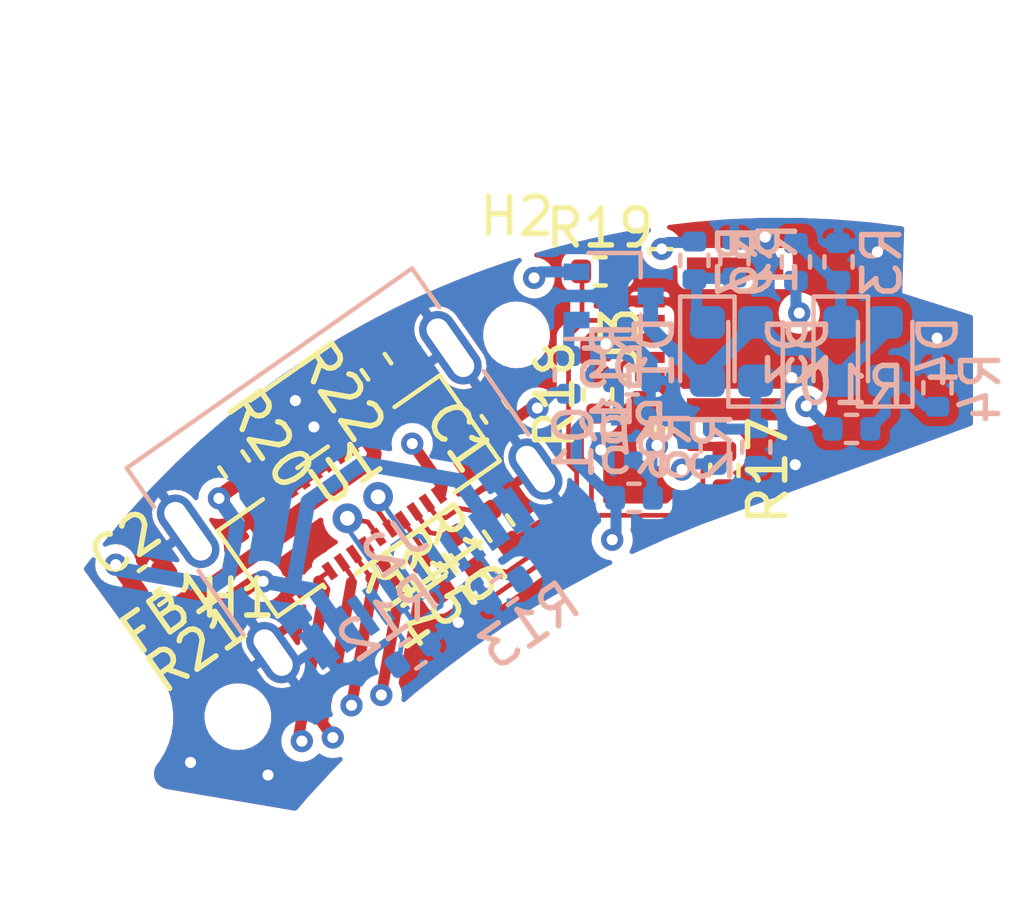
<source format=kicad_pcb>
(kicad_pcb (version 20240108) (generator "pcbnew") (generator_version "8.0")
  (title_block (title "Bose QC 35 USB-C connector board") (rev "Rev 1") (company "github.com/jamesturton/bose-qc35-usb-c") (comment 3 "(C) 2020 James Turton") (comment 4 "License: CC-BY-SA 4.0"))
  (layers (0 "F.Cu" signal) (1 "In1.Cu" signal) (2 "In2.Cu" power) (31 "B.Cu" signal) (34 "B.Paste" user) (35 "F.Paste" user) (36 "B.SilkS" user "B.Silkscreen") (37 "F.SilkS" user "F.Silkscreen") (38 "B.Mask" user) (39 "F.Mask" user) (44 "Edge.Cuts" user))
  (net 0 "")
  (net 1 "Net-(D1-K)")
  (net 2 "Net-(D2-K)")
  (net 3 "Net-(D3-K)")
  (net 4 "Net-(D4-K)")
  (net 5 "Net-(J2-CC1)")
  (net 7 "Net-(J2-CC2)")
  (net 9 "Net-(J3-Pin_1)")
  (net 10 "Net-(J3-Pin_2)")
  (net 11 "Net-(J3-Pin_4)")
  (net 12 "GND")
  (net 13 "VCC")
  (net 14 "/LED_GREEN")
  (net 15 "/LED_RED")
  (net 16 "/LED_WHITE")
  (net 17 "/LED_BLUE")
  (net 18 "/USB_D-")
  (net 19 "/USB_D+")
  (net 20 "Net-(Q1-C)")
  (net 21 "/LED_PWR")
  (net 22 "/LED_PWR_ON")
  (net 23 "/VBUS")
  (net 24 "+5V")
  (net 25 "/BTN_1")
  (net 26 "/BTN_2")
  (net 27 "/BTN_3")
  (net 28 "Net-(U1-EN)")
  (net 29 "Net-(U1-BP)")
  (net 30 "Net-(D5-Pad1)")
  (footprint "library:Molex_SlimStack_502426-2010_2x10_P0.40mm_Vertical" (layer "F.Cu") (at 71.317771 66.354481 -145)
    (property "Reference" "J1" (at 0 -2.65 35) (layer "F.SilkS"))
    (property "Value" "502426-2030")
    (pad "1" smd rect (at 1.8 -1.2125 215) (size 0.22 0.475) (layers "F.Cu" "F.Paste" "F.Mask") (net 14 "/LED_GREEN"))
    (pad "2" smd rect (at 1.8 1.2125 215) (size 0.22 0.475) (layers "F.Cu" "F.Paste" "F.Mask") (net 12 "GND"))
    (pad "3" smd rect (at 1.4 -1.2125 215) (size 0.22 0.475) (layers "F.Cu" "F.Paste" "F.Mask") (net 15 "/LED_RED"))
    (pad "4" smd rect (at 1.4 1.2125 215) (size 0.22 0.475) (layers "F.Cu" "F.Paste" "F.Mask") (net 12 "GND"))
    (pad "5" smd rect (at 1 -1.2125 215) (size 0.22 0.475) (layers "F.Cu" "F.Paste" "F.Mask") (net 16 "/LED_WHITE"))
    (pad "6" smd rect (at 1 1.212499 215) (size 0.22 0.475) (layers "F.Cu" "F.Paste" "F.Mask") (net 12 "GND"))
    (pad "7" smd rect (at 0.6 -1.2125 215) (size 0.22 0.475) (layers "F.Cu" "F.Paste" "F.Mask") (net 17 "/LED_BLUE"))
    (pad "8" smd rect (at 0.6 1.2125 215) (size 0.22 0.475) (layers "F.Cu" "F.Paste" "F.Mask") (net 12 "GND"))
    (pad "9" smd rect (at 0.2 -1.2125 215) (size 0.22 0.475) (layers "F.Cu" "F.Paste" "F.Mask") (net 18 "/USB_D-"))
    (pad "10" smd rect (at 0.2 1.2125 215) (size 0.22 0.475) (layers "F.Cu" "F.Paste" "F.Mask") (net 12 "GND"))
    (pad "11" smd rect (at -0.2 -1.2125 215) (size 0.22 0.475) (layers "F.Cu" "F.Paste" "F.Mask") (net 19 "/USB_D+"))
    (pad "12" smd rect (at -0.2 1.2125 215) (size 0.22 0.475) (layers "F.Cu" "F.Paste" "F.Mask") (net 13 "VCC"))
    (pad "13" smd rect (at -0.6 -1.2125 215) (size 0.22 0.475) (layers "F.Cu" "F.Paste" "F.Mask") (net 25 "/BTN_1"))
    (pad "14" smd rect (at -0.6 1.2125 215) (size 0.22 0.475) (layers "F.Cu" "F.Paste" "F.Mask") (net 13 "VCC"))
    (pad "15" smd rect (at -1 -1.212499 215) (size 0.22 0.475) (layers "F.Cu" "F.Paste" "F.Mask") (net 26 "/BTN_2"))
    (pad "16" smd rect (at -1 1.2125 215) (size 0.22 0.475) (layers "F.Cu" "F.Paste" "F.Mask") (net 13 "VCC"))
    (pad "17" smd rect (at -1.4 -1.2125 215) (size 0.22 0.475) (layers "F.Cu" "F.Paste" "F.Mask") (net 27 "/BTN_3"))
    (pad "18" smd rect (at -1.4 1.2125 215) (size 0.22 0.475) (layers "F.Cu" "F.Paste" "F.Mask") (net 13 "VCC"))
    (pad "19" smd rect (at -1.8 -1.2125 215) (size 0.22 0.475) (layers "F.Cu" "F.Paste" "F.Mask") (net 22 "/LED_PWR_ON"))
    (pad "20" smd rect (at -1.8 1.2125 215) (size 0.22 0.475) (layers "F.Cu" "F.Paste" "F.Mask") (net 13 "VCC"))
    (pad "A" smd rect (at 2.75 -1.085 215) (size 0.32 0.65) (layers "F.Cu" "F.Paste" "F.Mask") (net 12 "GND"))
    (pad "A" smd rect (at 2.75 1.085 215) (size 0.32 0.65) (layers "F.Cu" "F.Paste" "F.Mask") (net 12 "GND"))
    (pad "B" smd rect (at -2.75 -1.085 215) (size 0.32 0.65) (layers "F.Cu" "F.Paste" "F.Mask") (net 13 "VCC"))
    (pad "B" smd rect (at -2.75 1.085 215) (size 0.32 0.65) (layers "F.Cu" "F.Paste" "F.Mask") (net 13 "VCC"))
  )
  (footprint "library:TE_0-1734839-5_1x05-1MP_P0.5mm_Horizontal" (layer "F.Cu") (at 81.477772 62.114481 90)
    (property "Reference" "J3" (at 0 -3.1 90) (layer "F.SilkS"))
    (property "Value" "51281-0598")
    (pad "1" smd rect (at -1 -2.3 90) (size 0.3 0.8) (layers "F.Cu" "F.Paste" "F.Mask") (net 9 "Net-(J3-Pin_1)"))
    (pad "2" smd rect (at -0.5 -2.3 90) (size 0.3 0.8) (layers "F.Cu" "F.Paste" "F.Mask") (net 10 "Net-(J3-Pin_2)"))
    (pad "3" smd rect (at 0 -2.3 90) (size 0.3 0.8) (layers "F.Cu" "F.Paste" "F.Mask") (net 12 "GND"))
    (pad "4" smd rect (at 0.5 -2.3 90) (size 0.3 0.8) (layers "F.Cu" "F.Paste" "F.Mask") (net 11 "Net-(J3-Pin_4)"))
    (pad "5" smd rect (at 1 -2.3 90) (size 0.3 0.8) (layers "F.Cu" "F.Paste" "F.Mask") (net 12 "GND"))
    (pad "MP" smd rect (at -1.9 0 90) (size 0.6 2.6) (layers "F.Cu" "F.Paste" "F.Mask"))
    (pad "MP" smd rect (at 1.9 0 90) (size 0.6 2.6) (layers "F.Cu" "F.Paste" "F.Mask"))
  )
  (footprint "Capacitor_SMD:C_0402_1005Metric" (layer "F.Cu") (at 74.99209 64.07883 125)
    (property "Reference" "C1" (at 0 -1.17 125) (layer "F.SilkS"))
    (property "Value" "4u7")
    (pad "1" smd roundrect (at -0.48 0 125) (size 0.56 0.62) (layers "F.Cu" "F.Paste" "F.Mask") (net 13 "VCC"))
    (pad "2" smd roundrect (at 0.48 0 125) (size 0.56 0.62) (layers "F.Cu" "F.Paste" "F.Mask") (net 12 "GND"))
  )
  (footprint "Fuse:Fuse_0402_1005Metric" (layer "F.Cu") (at 66.890284 70.430887 35)
    (property "Reference" "FB1" (at 0 -1.17 35) (layer "F.SilkS"))
    (property "Value" "330R @ 100MHz")
    (pad "1" smd roundrect (at -0.485 0 35) (size 0.59 0.64) (layers "F.Cu" "F.Paste" "F.Mask") (net 24 "+5V"))
    (pad "2" smd roundrect (at 0.485 0 35) (size 0.59 0.64) (layers "F.Cu" "F.Paste" "F.Mask") (net 23 "/VBUS"))
  )
  (footprint "Resistor_SMD:R_0402_1005Metric" (layer "F.Cu") (at 73.28777 68.514483 125)
    (property "Reference" "R14" (at 0 -1.17 125) (layer "F.SilkS"))
    (property "Value" "1k")
    (pad "1" smd roundrect (at -0.51 0 125) (size 0.54 0.64) (layers "F.Cu" "F.Paste" "F.Mask") (net 9 "Net-(J3-Pin_1)"))
    (pad "2" smd roundrect (at 0.51 0 125) (size 0.54 0.64) (layers "F.Cu" "F.Paste" "F.Mask") (net 25 "/BTN_1"))
  )
  (footprint "Resistor_SMD:R_0402_1005Metric" (layer "F.Cu") (at 74.207772 67.864485 125)
    (property "Reference" "R15" (at 0 -1.17 125) (layer "F.SilkS"))
    (property "Value" "1k")
    (pad "1" smd roundrect (at -0.51 0 125) (size 0.54 0.64) (layers "F.Cu" "F.Paste" "F.Mask") (net 10 "Net-(J3-Pin_2)"))
    (pad "2" smd roundrect (at 0.51 0 125) (size 0.54 0.64) (layers "F.Cu" "F.Paste" "F.Mask") (net 26 "/BTN_2"))
  )
  (footprint "Resistor_SMD:R_0402_1005Metric" (layer "F.Cu") (at 75.097771 67.224486 125)
    (property "Reference" "R16" (at 0 -1.17 125) (layer "F.SilkS"))
    (property "Value" "1k")
    (pad "1" smd roundrect (at -0.51 0 125) (size 0.54 0.64) (layers "F.Cu" "F.Paste" "F.Mask") (net 11 "Net-(J3-Pin_4)"))
    (pad "2" smd roundrect (at 0.51 0 125) (size 0.54 0.64) (layers "F.Cu" "F.Paste" "F.Mask") (net 27 "/BTN_3"))
  )
  (footprint "Resistor_SMD:R_0402_1005Metric" (layer "F.Cu") (at 81.187773 65.664485 -90)
    (property "Reference" "R17" (at 0 -1.17 90) (layer "F.SilkS"))
    (property "Value" "CG0402MLC-05LG")
    (pad "1" smd roundrect (at -0.51 0 270) (size 0.54 0.64) (layers "F.Cu" "F.Paste" "F.Mask") (net 9 "Net-(J3-Pin_1)"))
    (pad "2" smd roundrect (at 0.51 0 270) (size 0.54 0.64) (layers "F.Cu" "F.Paste" "F.Mask") (net 12 "GND"))
  )
  (footprint "Resistor_SMD:R_0402_1005Metric" (layer "F.Cu") (at 77.78 63.62 90)
    (property "Reference" "R18" (at 0 -1.17 90) (layer "F.SilkS"))
    (property "Value" "CG0402MLC-05LG")
    (pad "1" smd roundrect (at -0.51 0 90) (size 0.54 0.64) (layers "F.Cu" "F.Paste" "F.Mask") (net 10 "Net-(J3-Pin_2)"))
    (pad "2" smd roundrect (at 0.51 0 90) (size 0.54 0.64) (layers "F.Cu" "F.Paste" "F.Mask") (net 12 "GND"))
  )
  (footprint "library:MountingHole_1.6mm" (layer "F.Cu") (at 75.577773 62.004487)
    (property "Reference" "H2" (at 0 -3.2 0) (layer "F.SilkS"))
    (property "Value" "MountingHole")
    (pad "" np_thru_hole circle (at 0 0) (size 1.6 1.6) (drill 1.6) (layers "F&B.Cu" "*.Mask") (clearance 0.1))
  )
  (footprint "Capacitor_SMD:C_0402_1005Metric" (layer "F.Cu") (at 65.677773 68.614485 35)
    (property "Reference" "C2" (at 0 -1.17 35) (layer "F.SilkS"))
    (property "Value" "1u")
    (pad "1" smd roundrect (at -0.48 0 35) (size 0.56 0.62) (layers "F.Cu" "F.Paste" "F.Mask") (net 24 "+5V"))
    (pad "2" smd roundrect (at 0.48 0 35) (size 0.56 0.62) (layers "F.Cu" "F.Paste" "F.Mask") (net 12 "GND"))
  )
  (footprint "Resistor_SMD:R_0402_1005Metric" (layer "F.Cu") (at 77.83 60.29)
    (property "Reference" "R19" (at 0 -1.17 0) (layer "F.SilkS"))
    (property "Value" "CG0402MLC-05LG")
    (pad "1" smd roundrect (at -0.51 0) (size 0.54 0.64) (layers "F.Cu" "F.Paste" "F.Mask") (net 11 "Net-(J3-Pin_4)"))
    (pad "2" smd roundrect (at 0.51 0) (size 0.54 0.64) (layers "F.Cu" "F.Paste" "F.Mask") (net 12 "GND"))
  )
  (footprint "library:WSON-6-1EP_2x2mm_P0.65mm_EP1x1.6mm" (layer "F.Cu") (at 69.847773 64.114486 -145)
    (property "Reference" "U1" (at 0 -1.95 35) (layer "F.SilkS"))
    (property "Value" "TPS25200")
    (pad "1" smd roundrect (at -0.975 -0.65 215) (size 0.45 0.3) (layers "F.Cu" "F.Paste" "F.Mask") (net 13 "VCC"))
    (pad "2" smd roundrect (at -0.975 0 215) (size 0.45 0.3) (layers "F.Cu" "F.Paste" "F.Mask") (net 29 "Net-(U1-BP)"))
    (pad "3" smd roundrect (at -0.975 0.65 215) (size 0.45 0.3) (layers "F.Cu" "F.Paste" "F.Mask"))
    (pad "4" smd roundrect (at 0.975 0.65 215) (size 0.45 0.3) (layers "F.Cu" "F.Paste" "F.Mask") (net 28 "Net-(U1-EN)"))
    (pad "5" smd roundrect (at 0.975 0 215) (size 0.45 0.3) (layers "F.Cu" "F.Paste" "F.Mask") (net 12 "GND"))
    (pad "6" smd roundrect (at 0.975 -0.65 215) (size 0.45 0.3) (layers "F.Cu" "F.Paste" "F.Mask") (net 24 "+5V"))
    (pad "7" smd rect (at 0 0 215) (size 1 1.6) (layers "F.Cu" "F.Mask") (net 12 "GND"))
  )
  (footprint "Resistor_SMD:R_0402_1005Metric" (layer "F.Cu") (at 67.957773 65.494484 -55)
    (property "Reference" "R20" (at 0 -1.17 125) (layer "F.SilkS"))
    (property "Value" "10k")
    (pad "1" smd roundrect (at -0.51 0 305) (size 0.54 0.64) (layers "F.Cu" "F.Paste" "F.Mask") (net 28 "Net-(U1-EN)"))
    (pad "2" smd roundrect (at 0.51 0 305) (size 0.54 0.64) (layers "F.Cu" "F.Paste" "F.Mask") (net 24 "+5V"))
  )
  (footprint "Resistor_SMD:R_0402_1005Metric" (layer "F.Cu") (at 71.797771 62.864485 125)
    (property "Reference" "R22" (at 0 -1.17 125) (layer "F.SilkS"))
    (property "Value" "220k")
    (pad "1" smd roundrect (at -0.51 0 125) (size 0.54 0.64) (layers "F.Cu" "F.Paste" "F.Mask") (net 29 "Net-(U1-BP)"))
    (pad "2" smd roundrect (at 0.51 0 125) (size 0.54 0.64) (layers "F.Cu" "F.Paste" "F.Mask") (net 12 "GND"))
  )
  (footprint "Resistor_SMD:R_0402_1005Metric" (layer "F.Cu") (at 66.277926 69.521481 -145)
    (property "Reference" "R21" (at 0 -1.17 35) (layer "F.SilkS"))
    (property "Value" "0R")
    (pad "1" smd roundrect (at -0.51 0 215) (size 0.54 0.64) (layers "F.Cu" "F.Paste" "F.Mask") (net 13 "VCC"))
    (pad "2" smd roundrect (at 0.51 0 215) (size 0.54 0.64) (layers "F.Cu" "F.Paste" "F.Mask") (net 24 "+5V"))
  )
  (footprint "library:MountingHole_1.6mm" (layer "F.Cu") (at 68.057773 72.314486)
    (property "Reference" "H1" (at 0 -3.2 0) (layer "F.SilkS"))
    (property "Value" "MountingHole")
    (pad "" np_thru_hole circle (at 0 0) (size 1.6 1.6) (drill 1.6) (layers "F&B.Cu" "*.Mask") (clearance 0.1))
  )
  (footprint "library:USB_C_Receptacle_Molex_2171790001" (layer "B.Cu") (at 69.049265 63.110113 35)
    (property "Reference" "J2" (at 0 5.645 35) (layer "B.SilkS") (effects (justify mirror)))
    (property "Value" "2171790001")
    (pad "A1" smd rect (at -3.2 6.674999 215) (size 0.6 1.15) (layers "B.Cu" "B.Paste" "B.Mask") (net 12 "GND"))
    (pad "A4" smd rect (at -2.4 6.675 215) (size 0.6 1.15) (layers "B.Cu" "B.Paste" "B.Mask") (net 23 "/VBUS"))
    (pad "A5" smd rect (at -1.249999 6.675 215) (size 0.3 1.15) (layers "B.Cu" "B.Paste" "B.Mask") (net 5 "Net-(J2-CC1)"))
    (pad "A6" smd rect (at -0.25 6.675 215) (size 0.3 1.15) (layers "B.Cu" "B.Paste" "B.Mask") (net 19 "/USB_D+"))
    (pad "A7" smd rect (at 0.25 6.675 215) (size 0.3 1.15) (layers "B.Cu" "B.Paste" "B.Mask") (net 18 "/USB_D-"))
    (pad "A8" smd rect (at 1.25 6.675 215) (size 0.3 1.15) (layers "B.Cu" "B.Paste" "B.Mask"))
    (pad "A9" smd rect (at 2.400001 6.675 215) (size 0.6 1.15) (layers "B.Cu" "B.Paste" "B.Mask") (net 23 "/VBUS"))
    (pad "A12" smd rect (at 3.2 6.675 215) (size 0.6 1.15) (layers "B.Cu" "B.Paste" "B.Mask") (net 12 "GND"))
    (pad "B1" smd rect (at 3.2 6.675 215) (size 0.6 1.15) (layers "B.Cu" "B.Paste" "B.Mask") (net 12 "GND"))
    (pad "B4" smd rect (at 2.400001 6.675 215) (size 0.6 1.15) (layers "B.Cu" "B.Paste" "B.Mask") (net 23 "/VBUS"))
    (pad "B5" smd rect (at 1.75 6.675 215) (size 0.3 1.15) (layers "B.Cu" "B.Paste" "B.Mask") (net 7 "Net-(J2-CC2)"))
    (pad "B6" smd rect (at 0.75 6.675 215) (size 0.3 1.15) (layers "B.Cu" "B.Paste" "B.Mask") (net 19 "/USB_D+"))
    (pad "B7" smd rect (at -0.75 6.675 215) (size 0.3 1.15) (layers "B.Cu" "B.Paste" "B.Mask") (net 18 "/USB_D-"))
    (pad "B8" smd rect (at -1.75 6.675 215) (size 0.3 1.15) (layers "B.Cu" "B.Paste" "B.Mask"))
    (pad "B9" smd rect (at -2.4 6.675 215) (size 0.6 1.15) (layers "B.Cu" "B.Paste" "B.Mask") (net 23 "/VBUS"))
    (pad "B12" smd rect (at -3.2 6.674999 215) (size 0.6 1.15) (layers "B.Cu" "B.Paste" "B.Mask") (net 12 "GND"))
    (pad "S1" thru_hole oval (at -4.320001 6.1 215) (size 1 1.8) (drill oval 0.6 1.4) (layers "*.Cu" "*.Mask") (net 12 "GND"))
    (pad "S1" thru_hole oval (at -4.319999 2.1 215) (size 1 2.2) (drill oval 0.6 1.8) (layers "*.Cu" "*.Mask") (net 12 "GND"))
    (pad "S1" thru_hole oval (at 4.32 2.1 215) (size 1 2.2) (drill oval 0.6 1.8) (layers "*.Cu" "*.Mask") (net 12 "GND"))
    (pad "S1" thru_hole oval (at 4.32 6.1 215) (size 1 1.8) (drill oval 0.6 1.4) (layers "*.Cu" "*.Mask") (net 12 "GND"))
  )
  (footprint "LED_SMD:LED_0603_1608Metric" (layer "B.Cu") (at 82.027773 62.454485 90)
    (property "Reference" "D2" (at 0 1.43 90) (layer "B.SilkS") (effects (justify mirror)))
    (property "Value" "ORH-R36G")
    (pad "1" smd roundrect (at -0.7875 0 90) (size 0.875 0.95) (layers "B.Cu" "B.Paste" "B.Mask") (net 2 "Net-(D2-K)"))
    (pad "2" smd roundrect (at 0.7875 0 90) (size 0.875 0.95) (layers "B.Cu" "B.Paste" "B.Mask") (net 21 "/LED_PWR"))
  )
  (footprint "LED_SMD:LED_0603_1608Metric" (layer "B.Cu") (at 84.327773 62.454484 -90)
    (property "Reference" "D3" (at 0 1.43 90) (layer "B.SilkS") (effects (justify mirror)))
    (property "Value" "ORH-W46G")
    (pad "1" smd roundrect (at -0.7875 0 270) (size 0.875 0.95) (layers "B.Cu" "B.Paste" "B.Mask") (net 3 "Net-(D3-K)"))
    (pad "2" smd roundrect (at 0.7875 0 270) (size 0.875 0.95) (layers "B.Cu" "B.Paste" "B.Mask") (net 21 "/LED_PWR"))
  )
  (footprint "LED_SMD:LED_0603_1608Metric" (layer "B.Cu") (at 85.527774 62.454484 90)
    (property "Reference" "D4" (at 0 1.43 90) (layer "B.SilkS") (effects (justify mirror)))
    (property "Value" "ORH-B36G")
    (pad "1" smd roundrect (at -0.7875 0 90) (size 0.875 0.95) (layers "B.Cu" "B.Paste" "B.Mask") (net 4 "Net-(D4-K)"))
    (pad "2" smd roundrect (at 0.7875 0 90) (size 0.875 0.95) (layers "B.Cu" "B.Paste" "B.Mask") (net 21 "/LED_PWR"))
  )
  (footprint "Resistor_SMD:R_0402_1005Metric" (layer "B.Cu") (at 81.457772 59.944482 90)
    (property "Reference" "R1" (at 0 1.17 90) (layer "B.SilkS") (effects (justify mirror)))
    (property "Value" "CG0402MLC-05LG")
    (pad "1" smd roundrect (at -0.51 0 90) (size 0.54 0.64) (layers "B.Cu" "B.Paste" "B.Mask") (net 1 "Net-(D1-K)"))
    (pad "2" smd roundrect (at 0.51 0 90) (size 0.54 0.64) (layers "B.Cu" "B.Paste" "B.Mask") (net 12 "GND"))
  )
  (footprint "Resistor_SMD:R_0402_1005Metric" (layer "B.Cu") (at 82.047772 65.034486 -90)
    (property "Reference" "R2" (at 0 1.17 90) (layer "B.SilkS") (effects (justify mirror)))
    (property "Value" "CG0402MLC-05LG")
    (pad "1" smd roundrect (at -0.51 0 270) (size 0.54 0.64) (layers "B.Cu" "B.Paste" "B.Mask") (net 2 "Net-(D2-K)"))
    (pad "2" smd roundrect (at 0.51 0 270) (size 0.54 0.64) (layers "B.Cu" "B.Paste" "B.Mask") (net 12 "GND"))
  )
  (footprint "Resistor_SMD:R_0402_1005Metric" (layer "B.Cu") (at 84.267773 60.034485 90)
    (property "Reference" "R3" (at 0 1.17 90) (layer "B.SilkS") (effects (justify mirror)))
    (property "Value" "CG0402MLC-05LG")
    (pad "1" smd roundrect (at -0.51 0 90) (size 0.54 0.64) (layers "B.Cu" "B.Paste" "B.Mask") (net 3 "Net-(D3-K)"))
    (pad "2" smd roundrect (at 0.51 0 90) (size 0.54 0.64) (layers "B.Cu" "B.Paste" "B.Mask") (net 12 "GND"))
  )
  (footprint "Resistor_SMD:R_0402_1005Metric" (layer "B.Cu") (at 86.937771 63.434481 90)
    (property "Reference" "R4" (at 0 1.17 90) (layer "B.SilkS") (effects (justify mirror)))
    (property "Value" "CG0402MLC-05LG")
    (pad "1" smd roundrect (at -0.51 0 90) (size 0.54 0.64) (layers "B.Cu" "B.Paste" "B.Mask") (net 4 "Net-(D4-K)"))
    (pad "2" smd roundrect (at 0.51 0 90) (size 0.54 0.64) (layers "B.Cu" "B.Paste" "B.Mask") (net 12 "GND"))
  )
  (footprint "LED_SMD:LED_0603_1608Metric" (layer "B.Cu") (at 80.727773 62.454484 -90)
    (property "Reference" "D1" (at 0 1.43 90) (layer "B.SilkS") (effects (justify mirror)))
    (property "Value" "ORH-G36G")
    (pad "1" smd roundrect (at -0.7875 0 270) (size 0.875 0.95) (layers "B.Cu" "B.Paste" "B.Mask") (net 1 "Net-(D1-K)"))
    (pad "2" smd roundrect (at 0.7875 0 270) (size 0.875 0.95) (layers "B.Cu" "B.Paste" "B.Mask") (net 21 "/LED_PWR"))
  )
  (footprint "Package_TO_SOT_SMD:SOT-723" (layer "B.Cu") (at 78.727772 64.804482 -90)
    (property "Reference" "Q1" (at 0.1 1.6 90) (layer "B.SilkS") (effects (justify mirror)))
    (property "Value" "BC846BM3T5G")
    (pad "1" smd rect (at -0.575 0.4 270) (size 0.45 0.4) (layers "B.Cu" "B.Paste" "B.Mask") (net 17 "/LED_BLUE"))
    (pad "2" smd rect (at -0.575 -0.4 270) (size 0.45 0.4) (layers "B.Cu" "B.Paste" "B.Mask") (net 12 "GND"))
    (pad "3" smd rect (at 0.575 0 270) (size 0.45 0.5) (layers "B.Cu" "B.Paste" "B.Mask") (net 20 "Net-(Q1-C)"))
  )
  (footprint "Resistor_SMD:R_0402_1005Metric" (layer "B.Cu") (at 78.747771 66.404483 180)
    (property "Reference" "R5" (at 0 1.17 0) (layer "B.SilkS") (effects (justify mirror)))
    (property "Value" "0R")
    (pad "1" smd roundrect (at -0.51 0 180) (size 0.54 0.64) (layers "B.Cu" "B.Paste" "B.Mask") (net 20 "Net-(Q1-C)"))
    (pad "2" smd roundrect (at 0.51 0 180) (size 0.54 0.64) (layers "B.Cu" "B.Paste" "B.Mask") (net 17 "/LED_BLUE"))
  )
  (footprint "Resistor_SMD:R_0402_1005Metric" (layer "B.Cu") (at 78.697773 63.234485)
    (property "Reference" "R6" (at 0 1.17 0) (layer "B.SilkS") (effects (justify mirror)))
    (property "Value" "10k")
    (pad "1" smd roundrect (at -0.51 0) (size 0.54 0.64) (layers "B.Cu" "B.Paste" "B.Mask") (net 17 "/LED_BLUE"))
    (pad "2" smd roundrect (at 0.51 0) (size 0.54 0.64) (layers "B.Cu" "B.Paste" "B.Mask") (net 12 "GND"))
  )
  (footprint "Resistor_SMD:R_0402_1005Metric" (layer "B.Cu") (at 80.377773 59.994483 90)
    (property "Reference" "R7" (at 0 1.17 90) (layer "B.SilkS") (effects (justify mirror)))
    (property "Value" "7k5")
    (pad "1" smd roundrect (at -0.51 0 90) (size 0.54 0.64) (layers "B.Cu" "B.Paste" "B.Mask") (net 1 "Net-(D1-K)"))
    (pad "2" smd roundrect (at 0.51 0 90) (size 0.54 0.64) (layers "B.Cu" "B.Paste" "B.Mask") (net 14 "/LED_GREEN"))
  )
  (footprint "Resistor_SMD:R_0402_1005Metric" (layer "B.Cu") (at 80.927772 65.004485 -90)
    (property "Reference" "R8" (at 0 1.17 90) (layer "B.SilkS") (effects (justify mirror)))
    (property "Value" "3k9")
    (pad "1" smd roundrect (at -0.51 0 270) (size 0.54 0.64) (layers "B.Cu" "B.Paste" "B.Mask") (net 2 "Net-(D2-K)"))
    (pad "2" smd roundrect (at 0.51 0 270) (size 0.54 0.64) (layers "B.Cu" "B.Paste" "B.Mask") (net 15 "/LED_RED"))
  )
  (footprint "Resistor_SMD:R_0402_1005Metric" (layer "B.Cu") (at 83.117772 60.034485 -90)
    (property "Reference" "R9" (at 0 1.17 90) (layer "B.SilkS") (effects (justify mirror)))
    (property "Value" "1k2")
    (pad "1" smd roundrect (at -0.51 0 270) (size 0.54 0.64) (layers "B.Cu" "B.Paste" "B.Mask") (net 3 "Net-(D3-K)"))
    (pad "2" smd roundrect (at 0.51 0 270) (size 0.54 0.64) (layers "B.Cu" "B.Paste" "B.Mask") (net 16 "/LED_WHITE"))
  )
  (footprint "Resistor_SMD:R_0402_1005Metric" (layer "B.Cu") (at 84.61777 64.544485 180)
    (property "Reference" "R10" (at 0 1.17 0) (layer "B.SilkS") (effects (justify mirror)))
    (property "Value" "510R")
    (pad "1" smd roundrect (at -0.51 0 180) (size 0.54 0.64) (layers "B.Cu" "B.Paste" "B.Mask") (net 4 "Net-(D4-K)"))
    (pad "2" smd roundrect (at 0.51 0 180) (size 0.54 0.64) (layers "B.Cu" "B.Paste" "B.Mask") (net 20 "Net-(Q1-C)"))
  )
  (footprint "Resistor_SMD:R_0402_1005Metric" (layer "B.Cu") (at 76.987774 63.084483 90)
    (property "Reference" "R11" (at 0 1.17 90) (layer "B.SilkS") (effects (justify mirror)))
    (property "Value" "1k")
    (pad "1" smd roundrect (at -0.51 0 90) (size 0.54 0.64) (layers "B.Cu" "B.Paste" "B.Mask") (net 13 "VCC"))
    (pad "2" smd roundrect (at 0.51 0 90) (size 0.54 0.64) (layers "B.Cu" "B.Paste" "B.Mask") (net 30 "Net-(D5-Pad1)"))
  )
  (footprint "Resistor_SMD:R_0402_1005Metric" (layer "B.Cu") (at 72.781405 70.615214 -145)
    (property "Reference" "R12" (at 0 1.17 35) (layer "B.SilkS") (effects (justify mirror)))
    (property "Value" "5k1")
    (pad "1" smd roundrect (at -0.51 0 215) (size 0.54 0.64) (layers "B.Cu" "B.Paste" "B.Mask") (net 12 "GND"))
    (pad "2" smd roundrect (at 0.51 0 215) (size 0.54 0.64) (layers "B.Cu" "B.Paste" "B.Mask") (net 5 "Net-(J2-CC1)"))
  )
  (footprint "Resistor_SMD:R_0402_1005Metric" (layer "B.Cu") (at 75.252787 68.896939 35)
    (property "Reference" "R13" (at 0 1.17 35) (layer "B.SilkS") (effects (justify mirror)))
    (property "Value" "5k1")
    (pad "1" smd roundrect (at -0.51 0 35) (size 0.54 0.64) (layers "B.Cu" "B.Paste" "B.Mask") (net 12 "GND"))
    (pad "2" smd roundrect (at 0.51 0 35) (size 0.54 0.64) (layers "B.Cu" "B.Paste" "B.Mask") (net 7 "Net-(J2-CC2)"))
  )
  (footprint "Package_TO_SOT_SMD:SOT-323_SC-70" (layer "B.Cu") (at 78.197774 60.954483)
    (property "Reference" "D5" (at -0.05 1.95 0) (layer "B.SilkS") (effects (justify mirror)))
    (property "Value" "BAT54CW")
    (pad "1" smd rect (at -1 0.65 90) (size 0.45 0.7) (layers "B.Cu" "B.Paste" "B.Mask") (net 30 "Net-(D5-Pad1)"))
    (pad "2" smd rect (at -1 -0.65 90) (size 0.45 0.7) (layers "B.Cu" "B.Paste" "B.Mask") (net 22 "/LED_PWR_ON"))
    (pad "3" smd rect (at 1 0 90) (size 0.45 0.7) (layers "B.Cu" "B.Paste" "B.Mask") (net 21 "/LED_PWR"))
  )
  (gr_arc (start 63.883083 68.324261) (mid 73.6848 60.641388) (end 86.040701 59.081934) (stroke (width 0.000159)) (layer "Edge.Cuts"))
  (gr_arc (start 66.138205 74.268109) (mid 65.818855 74.007871) (end 65.878193 73.60021) (stroke (width 0.000159)) (layer "Edge.Cuts"))
  (gr_arc (start 69.628031 74.859904) (mid 74.806377 70.181703) (end 81.000088 66.966304) (stroke (width 0.000159)) (layer "Edge.Cuts"))
  (gr_line (start 69.628033 74.859908) (end 66.138201 74.268109) (stroke (width 0.000159)) (layer "Edge.Cuts"))
  (gr_line (start 86.040701 59.081934) (end 85.983941 60.877098) (stroke (width 0.000159)) (layer "Edge.Cuts"))
  (gr_arc (start 65.91777 71.124486) (mid 66.311187 72.368954) (end 65.878193 73.60021) (stroke (width 0.000159)) (layer "Edge.Cuts"))
  (gr_line (start 87.895775 64.442049) (end 81.000088 66.966304) (stroke (width 0.000159)) (layer "Edge.Cuts"))
  (gr_line (start 65.917772 71.124486) (end 63.883084 68.324265) (stroke (width 0.000159)) (layer "Edge.Cuts"))
  (gr_line (start 85.983941 60.877098) (end 87.895535 61.482758) (stroke (width 0.000159)) (layer "Edge.Cuts"))
  (gr_line (start 87.895535 61.482758) (end 87.895775 64.442049) (stroke (width 0.000159)) (layer "Edge.Cuts"))
  (segment (start 80.437772 61.414485) (end 80.437771 60.539485) (width 0.3) (layer "B.Cu") (net 1))
  (segment (start 80.437771 60.539485) (end 80.377773 60.479482) (width 0.3) (layer "B.Cu") (net 1))
  (segment (start 80.377773 60.479482) (end 81.407771 60.479485) (width 0.3) (layer "B.Cu") (net 1))
  (segment (start 80.690273 61.666986) (end 80.437772 61.414485) (width 0.3) (layer "B.Cu") (net 1))
  (segment (start 80.727774 61.666985) (end 80.690273 61.666986) (width 0.3) (layer "B.Cu") (net 1))
  (segment (start 81.407771 60.479485) (end 81.457774 60.429486) (width 0.3) (layer "B.Cu") (net 1))
  (segment (start 82.027773 63.241985) (end 82.027774 64.529485) (width 0.3) (layer "B.Cu") (net 2))
  (segment (start 82.027774 64.529485) (end 82.04777 64.549483) (width 0.3) (layer "B.Cu") (net 2))
  (segment (start 80.957774 64.549485) (end 80.927774 64.519487) (width 0.3) (layer "B.Cu") (net 2))
  (segment (start 82.04777 64.549483) (end 80.957774 64.549485) (width 0.3) (layer "B.Cu") (net 2))
  (segment (start 83.171359 59.549484) (end 83.117775 59.549486) (width 0.3) (layer "B.Cu") (net 3))
  (segment (start 84.327774 60.579487) (end 84.267774 60.519483) (width 0.3) (layer "B.Cu") (net 3))
  (segment (start 84.327773 61.666986) (end 84.327774 60.579487) (width 0.3) (layer "B.Cu") (net 3))
  (segment (start 84.267774 60.519483) (end 84.141359 60.519484) (width 0.3) (layer "B.Cu") (net 3))
  (segment (start 84.141359 60.519484) (end 83.171359 59.549484) (width 0.3) (layer "B.Cu") (net 3))
  (segment (start 86.937774 63.919485) (end 86.612773 63.919482) (width 0.3) (layer "B.Cu") (net 4))
  (segment (start 86.10777 63.414485) (end 85.700271 63.414483) (width 0.3) (layer "B.Cu") (net 4))
  (segment (start 86.612773 63.919482) (end 86.10777 63.414485) (width 0.3) (layer "B.Cu") (net 4))
  (segment (start 85.52777 64.119484) (end 85.527773 63.241983) (width 0.3) (layer "B.Cu") (net 4))
  (segment (start 85.10277 64.544484) (end 85.52777 64.119484) (width 0.3) (layer "B.Cu") (net 4))
  (segment (start 85.700271 63.414483) (end 85.527773 63.241983) (width 0.3) (layer "B.Cu") (net 4))
  (segment (start 71.853946 69.294926) (end 72.502623 70.221326) (width 0.127) (layer "B.Cu") (net 5))
  (segment (start 72.502623 70.221326) (end 72.384117 70.893397) (width 0.127) (layer "B.Cu") (net 5))
  (segment (start 74.957273 68.496594) (end 75.650077 68.618756) (width 0.127) (layer "B.Cu") (net 7))
  (segment (start 74.311404 67.574196) (end 74.957273 68.496594) (width 0.127) (layer "B.Cu") (net 7))
  (segment (start 74.850589 69.138289) (end 75.39839 68.754716) (width 0.127) (layer "F.Cu") (net 9))
  (segment (start 77.840094 66.877283) (end 79.776333 66.877283) (width 0.127) (layer "F.Cu") (net 9))
  (segment (start 79.177773 63.114486) (end 79.727772 63.664487) (width 0.25) (layer "F.Cu") (net 9))
  (segment (start 79.727773 64.465844) (end 80.279212 65.017283) (width 0.25) (layer "F.Cu") (net 9))
  (segment (start 81.114131 65.179484) (end 81.187773 65.179484) (width 0.127) (layer "F.Cu") (net 9))
  (segment (start 79.727772 63.664487) (end 79.727773 64.465844) (width 0.25) (layer "F.Cu") (net 9))
  (segment (start 80.604263 65.689352) (end 81.114131 65.179484) (width 0.127) (layer "F.Cu") (net 9))
  (segment (start 81.025574 65.017284) (end 81.187774 65.179484) (width 0.25) (layer "F.Cu") (net 9))
  (segment (start 75.39839 68.754716) (end 77.232599 67.470389) (width 0.127) (layer "F.Cu") (net 9))
  (segment (start 77.239793 67.477583) (end 77.840094 66.877283) (width 0.127) (layer "F.Cu") (net 9))
  (segment (start 80.279212 65.017283) (end 81.025574 65.017284) (width 0.25) (layer "F.Cu") (net 9))
  (segment (start 79.776333 66.877283) (end 80.604262 66.049353) (width 0.127) (layer "F.Cu") (net 9))
  (segment (start 73.565957 68.911774) (end 74.850589 69.138289) (width 0.127) (layer "F.Cu") (net 9))
  (segment (start 80.604262 66.049353) (end 80.604263 65.689352) (width 0.127) (layer "F.Cu") (net 9))
  (segment (start 77.78 64.105) (end 77.331594 64.553406) (width 0.127) (layer "F.Cu") (net 10))
  (segment (start 77.815 64.105) (end 77.78 64.105) (width 0.127) (layer "F.Cu") (net 10))
  (segment (start 77.331594 64.553406) (end 77.331594 65.331594) (width 0.127) (layer "F.Cu") (net 10))
  (segment (start 78.39 62.852958) (end 78.39 63.53) (width 0.127) (layer "F.Cu") (net 10))
  (segment (start 78.628472 62.614486) (end 78.39 62.852958) (width 0.127) (layer "F.Cu") (net 10))
  (segment (start 77.6 66.654917) (end 77.069608 67.185309) (width 0.127) (layer "F.Cu") (net 10))
  (segment (start 77.331594 65.331594) (end 77.6 65.6) (width 0.127) (layer "F.Cu") (net 10))
  (segment (start 79.177774 62.614483) (end 78.628472 62.614486) (width 0.127) (layer "F.Cu") (net 10))
  (segment (start 77.069608 67.185309) (end 75.321782 68.409152) (width 0.127) (layer "F.Cu") (net 10))
  (segment (start 75.321782 68.409152) (end 74.485956 68.261775) (width 0.127) (layer "F.Cu") (net 10))
  (segment (start 77.6 65.6) (end 77.6 66.654917) (width 0.127) (layer "F.Cu") (net 10))
  (segment (start 78.39 63.53) (end 77.815 64.105) (width 0.127) (layer "F.Cu") (net 10))
  (segment (start 75.375957 67.621772) (end 76.842608 66.594813) (width 0.127) (layer "F.Cu") (net 11))
  (segment (start 77.345 61.543968) (end 77.415516 61.614484) (width 0.127) (layer "F.Cu") (net 11))
  (segment (start 78.435516 61.614484) (end 77.415516 61.614484) (width 0.127) (layer "F.Cu") (net 11))
  (segment (start 76.842608 66.594813) (end 77.2 66.237421) (width 0.127) (layer "F.Cu") (net 11))
  (segment (start 77.345 60.29) (end 77.345 61.543968) (width 0.127) (layer "F.Cu") (net 11))
  (segment (start 76.981595 62.048405) (end 77.415516 61.614484) (width 0.127) (layer "F.Cu") (net 11))
  (segment (start 77.2 66.237421) (end 77.2 65.7) (width 0.127) (layer "F.Cu") (net 11))
  (segment (start 78.628469 61.614484) (end 78.435516 61.614484) (width 0.127) (layer "F.Cu") (net 11))
  (segment (start 79.177772 61.614484) (end 78.628469 61.614484) (width 0.127) (layer "F.Cu") (net 11))
  (segment (start 77.2 65.7) (end 76.981595 65.481595) (width 0.127) (layer "F.Cu") (net 11))
  (segment (start 76.981595 65.481595) (end 76.981595 62.048405) (width 0.127) (layer "F.Cu") (net 11))
  (segment (start 69.446466 69.863652) (end 69.476264 69.694645) (width 0.25) (layer "F.Cu") (net 12))
  (segment (start 69.278304 69.107073) (end 69.235363 69.3506) (width 0.25) (layer "F.Cu") (net 12))
  (segment (start 69.0491 64.673723) (end 69.847773 64.114486) (width 0.25) (layer "F.Cu") (net 12))
  (segment (start 69.235363 69.3506) (end 69.237819 69.336674) (width 0.25) (layer "F.Cu") (net 12))
  (segment (start 70.133542 64.537549) (end 70.056333 64.427283) (width 0.25) (layer "F.Cu") (net 12))
  (segment (start 68.770252 66.81374) (end 68.801561 66.636164) (width 0.3) (layer "F.Cu") (net 12))
  (segment (start 69.80316 65.934839) (end 70.13082 65.705408) (width 0.3) (layer "F.Cu") (net 12))
  (segment (start 69.147838 66.3937) (end 69.475498 66.164269) (width 0.3) (layer "F.Cu") (net 12))
  (segment (start 69.476264 69.694645) (end 69.235363 69.3506) (width 0.25) (layer "F.Cu") (net 12))
  (segment (start 70.130818 65.705405) (end 69.968494 65.473583) (width 0.25) (layer "F.Cu") (net 12))
  (segment (start 68.814327 70.306279) (end 69.446466 69.863652) (width 0.25) (layer "F.Cu") (net 12))
  (segment (start 78.47948 61.08948) (end 79.177773 61.08948) (width 0.3) (layer "F.Cu") (net 12))
  (segment (start 77.78 62.46) (end 77.99 62.25) (width 0.25) (layer "F.Cu") (net 12))
  (segment (start 69.687434 68.820597) (end 69.278304 69.107073) (width 0.25) (layer "F.Cu") (net 12))
  (segment (start 78.315 60.925) (end 78.47948 61.08948) (width 0.3) (layer "F.Cu") (net 12))
  (segment (start 69.968494 65.473583) (end 70.133542 64.537549) (width 0.25) (layer "F.Cu") (net 12))
  (segment (start 70.13082 65.705408) (end 70.409332 65.510393) (width 0.3) (layer "F.Cu") (net 12))
  (segment (start 81.770515 66.149484) (end 82.411555 65.508445) (width 0.3) (layer "F.Cu") (net 12))
  (segment (start 69.475498 66.164269) (end 69.80316 65.934839) (width 0.3) (layer "F.Cu") (net 12))
  (segment (start 68.442773 67.04304) (end 68.770252 66.81374) (width 0.3) (layer "F.Cu") (net 12))
  (segment (start 68.801561 66.636164) (end 69.147838 66.3937) (width 0.3) (layer "F.Cu") (net 12))
  (segment (start 77.780001 63.135) (end 77.78 62.46) (width 0.25) (layer "F.Cu") (net 12))
  (segment (start 78.315 60.29) (end 78.315 60.925) (width 0.3) (layer "F.Cu") (net 12))
  (segment (start 82.411555 65.508445) (end 83.100527 65.508445) (width 0.3) (layer "F.Cu") (net 12))
  (segment (start 81.187772 66.149485) (end 81.770515 66.149484) (width 0.3) (layer "F.Cu") (net 12))
  (via (at 66.78 73.55) (size 0.6) (drill 0.3) (layers "F.Cu" "B.Cu") (net 12))
  (via (at 69.61 63.78) (size 0.6) (drill 0.3) (layers "F.Cu" "B.Cu") (net 12))
  (via (at 77.85 65.11) (size 0.6) (drill 0.3) (layers "F.Cu" "B.Cu") (net 12))
  (via (at 86.927775 62.094483) (size 0.6) (drill 0.3) (layers "F.Cu" "B.Cu") (net 12))
  (via (at 85.317773 59.764483) (size 0.6) (drill 0.3) (layers "F.Cu" "B.Cu") (net 12))
  (via (at 74.007678 69.768775) (size 0.6) (drill 0.3) (layers "F.Cu" "B.Cu") (net 12))
  (via (at 77.99 62.25) (size 0.6) (drill 0.3) (layers "F.Cu" "B.Cu") (net 12))
  (via (at 83.01 63.16) (size 0.6) (drill 0.3) (layers "F.Cu" "B.Cu") (net 12))
  (via (at 82.287775 59.364482) (size 0.6) (drill 0.3) (layers "F.Cu" "B.Cu") (net 12))
  (via (at 70.109999 64.49) (size 0.6) (drill 0.3) (layers "F.Cu" "B.Cu") (net 12))
  (via (at 83.100527 65.508445) (size 0.6) (drill 0.3) (layers "F.Cu" "B.Cu") (net 12))
  (via (at 68.87 73.89) (size 0.6) (drill 0.3) (layers "F.Cu" "B.Cu") (net 12))
  (segment (start 79.182773 62.862773) (end 78.57 62.25) (width 0.4) (layer "B.Cu") (net 12))
  (segment (start 82.047771 65.519486) (end 83.089487 65.519484) (width 0.3) (layer "B.Cu") (net 12))
  (segment (start 73.178692 70.337027) (end 73.99375 69.766321) (width 0.25) (layer "B.Cu") (net 12))
  (segment (start 81.457772 59.45948) (end 82.192772 59.459483) (width 0.3) (layer "B.Cu") (net 12))
  (segment (start 86.937773 62.104484) (end 86.927775 62.094483) (width 0.3) (layer "B.Cu") (net 12))
  (segment (start 79.182773 63.234485) (end 79.182773 62.862773) (width 0.4) (layer "B.Cu") (net 12))
  (segment (start 85.102773 59.549484) (end 85.317773 59.764483) (width 0.3) (layer "B.Cu") (net 12))
  (segment (start 86.937771 62.949483) (end 86.937773 62.104484) (width 0.3) (layer "B.Cu") (net 12))
  (segment (start 83.089487 65.519484) (end 83.100527 65.508445) (width 0.3) (layer "B.Cu") (net 12))
  (segment (start 82.192772 59.459483) (end 82.287775 59.364482) (width 0.3) (layer "B.Cu") (net 12))
  (segment (start 74.855501 69.175123) (end 74.007678 69.768775) (width 0.25) (layer "B.Cu") (net 12))
  (segment (start 73.99375 69.766321) (end 74.007678 69.768775) (width 0.25) (layer "B.Cu") (net 12))
  (segment (start 78.57 62.25) (end 77.99 62.25) (width 0.4) (layer "B.Cu") (net 12))
  (segment (start 84.267771 59.549484) (end 85.102773 59.549484) (width 0.3) (layer "B.Cu") (net 12))
  (segment (start 73.629735 64.826812) (end 73.601761 64.821881) (width 0.3) (layer "F.Cu") (net 13))
  (segment (start 74.19277 65.665928) (end 73.601761 64.821881) (width 0.3) (layer "F.Cu") (net 13))
  (segment (start 69.513309 66.916037) (end 71.708635 65.378851) (width 0.4) (layer "F.Cu") (net 13))
  (segment (start 71.113803 65.017117) (end 70.835291 65.212133) (width 0.3) (layer "F.Cu") (net 13))
  (segment (start 72.361285 64.143622) (end 72.538856 64.174931) (width 0.3) (layer "F.Cu") (net 13))
  (segment (start 76.141896 63.980053) (end 76.004589 63.955842) (width 0.3) (layer "F.Cu") (net 13))
  (segment (start 72.096784 64.328823) (end 71.769124 64.558255) (width 0.3) (layer "F.Cu") (net 13))
  (segment (start 72.538856 64.174931) (end 72.948109 63.888371) (width 0.3) (layer "F.Cu") (net 13))
  (segment (start 72.096784 64.328823) (end 72.361285 64.143622) (width 0.3) (layer "F.Cu") (net 13))
  (segment (start 69.448308 67.284664) (end 69.513309 66.916037) (width 0.4) (layer "F.Cu") (net 13))
  (segment (start 74.101961 64.496157) (end 73.629735 64.826812) (width 0.3) (layer "F.Cu") (net 13))
  (segment (start 71.441464 64.787684) (end 71.005601 64.165214) (width 0.3) (layer "F.Cu") (net 13))
  (segment (start 71.769124 64.558255) (end 71.441464 64.787684) (width 0.3) (layer "F.Cu") (net 13))
  (segment (start 73.601761 64.821881) (end 72.948109 63.888371) (width 0.3) (layer "F.Cu") (net 13))
  (segment (start 76.004589 63.955842) (end 75.267407 64.472023) (width 0.3) (layer "F.Cu") (net 13))
  (segment (start 71.708635 65.378851) (end 71.738159 65.211413) (width 0.4) (layer "F.Cu") (net 13))
  (segment (start 66.678614 69.224028) (end 69.448308 67.284664) (width 0.4) (layer "F.Cu") (net 13))
  (segment (start 71.441464 64.787684) (end 71.113803 65.017117) (width 0.3) (layer "F.Cu") (net 13))
  (segment (start 75.005428 64.655462) (end 74.101961 64.496157) (width 0.3) (layer "F.Cu") (net 13))
  (segment (start 71.441464 64.787684) (end 71.738159 65.211413) (width 0.3) (layer "F.Cu") (net 13))
  (segment (start 71.005601 64.165214) (end 71.019269 64.087698) (width 0.3) (layer "F.Cu") (net 13))
  (segment (start 75.267407 64.472023) (end 75.005428 64.655462) (width 0.3) (layer "F.Cu") (net 13))
  (via (at 76.141896 63.980053) (size 0.6) (drill 0.3) (layers "F.Cu" "B.Cu") (net 13))
  (segment (start 76.552465 63.569483) (end 76.141896 63.980053) (width 0.3) (layer "B.Cu") (net 13))
  (segment (start 76.987774 63.569485) (end 76.552465 63.569483) (width 0.3) (layer "B.Cu") (net 13))
  (segment (start 69.698068 72.851531) (end 70.397957 68.882256) (width 0.3) (layer "F.Cu") (net 14))
  (segment (start 70.24977 68.582494) (end 70.237357 68.652892) (width 0.127) (layer "F.Cu") (net 14))
  (segment (start 70.538759 68.380142) (end 70.24977 68.582494) (width 0.127) (layer "F.Cu") (net 14))
  (segment (start 70.397957 68.882256) (end 70.237357 68.652892) (width 0.3) (layer "F.Cu") (net 14))
  (segment (start 69.784104 72.974405) (end 69.698068 72.851531) (width 0.3) (layer "F.Cu") (net 14))
  (segment (start 70.397957 68.882256) (end 70.340601 68.800339) (width 0.3) (layer "F.Cu") (net 14))
  (via (at 79.497771 59.684486) (size 0.6) (drill 0.3) (layers "F.Cu" "B.Cu") (net 14))
  (via (at 69.784104 72.974405) (size 0.6) (drill 0.3) (layers "F.Cu" "B.Cu") (net 14))
  (segment (start 80.377774 59.509484) (end 79.672771 59.509485) (width 0.3) (layer "B.Cu") (net 14))
  (segment (start 79.672771 59.509485) (end 79.497771 59.684486) (width 0.3) (layer "B.Cu") (net 14))
  (segment (start 70.619708 72.877617) (end 70.338654 72.476233) (width 0.3) (layer "F.Cu") (net 15))
  (segment (start 70.338654 72.476233) (end 70.500736 71.557032) (width 0.3) (layer "F.Cu") (net 15))
  (segment (start 70.86642 68.150712) (end 71.145872 68.54981) (width 0.127) (layer "F.Cu") (net 15))
  (segment (start 71.145872 68.54981) (end 71.121241 68.689489) (width 0.127) (layer "F.Cu") (net 15))
  (segment (start 70.500736 71.557032) (end 70.631799 71.465259) (width 0.3) (layer "F.Cu") (net 15))
  (segment (start 70.631799 71.465259) (end 71.121241 68.689489) (width 0.3) (layer "F.Cu") (net 15))
  (via (at 70.619708 72.877617) (size 0.6) (drill 0.3) (layers "F.Cu" "B.Cu") (net 15))
  (via (at 80.042094 65.642292) (size 0.6) (drill 0.3) (layers "F.Cu" "B.Cu") (net 15))
  (segment (start 80.194902 65.489486) (end 80.042094 65.642292) (width 0.3) (layer "B.Cu") (net 15))
  (segment (start 80.927772 65.489486) (end 80.194902 65.489486) (width 0.3) (layer "B.Cu") (net 15))
  (segment (start 71.221158 67.959951) (end 71.220336 67.964615) (width 0.127) (layer "F.Cu") (net 16))
  (segment (start 71.692188 68.783461) (end 71.710007 68.770981) (width 0.3) (layer "F.Cu") (net 16))
  (segment (start 71.710007 68.770981) (end 71.725085 68.685466) (width 0.3) (layer "F.Cu") (net 16))
  (segment (start 71.19408 67.921282) (end 71.221158 67.959951) (width 0.127) (layer "F.Cu") (net 16))
  (segment (start 71.123497 72.008657) (end 71.692188 68.783461) (width 0.3) (layer "F.Cu") (net 16))
  (segment (start 71.725085 68.685466) (end 71.648865 68.576617) (width 0.3) (layer "F.Cu") (net 16))
  (segment (start 71.220336 67.964615) (end 71.648865 68.576617) (width 0.127) (layer "F.Cu") (net 16))
  (via (at 83.207773 61.414484) (size 0.6) (drill 0.3) (layers "F.Cu" "B.Cu") (net 16))
  (via (at 71.123497 72.008657) (size 0.6) (drill 0.3) (layers "F.Cu" "B.Cu") (net 16))
  (segment (start 83.117773 60.519485) (end 83.117771 61.324484) (width 0.3) (layer "B.Cu") (net 16))
  (segment (start 83.117771 61.324484) (end 83.207773 61.414484) (width 0.3) (layer "B.Cu") (net 16))
  (segment (start 71.850969 68.162037) (end 71.985595 68.185776) (width 0.127) (layer "F.Cu") (net 17))
  (segment (start 71.521742 67.691851) (end 71.850969 68.162037) (width 0.127) (layer "F.Cu") (net 17))
  (segment (start 71.985595 68.185776) (end 72.43866 68.832814) (width 0.3) (layer "F.Cu") (net 17))
  (segment (start 72.43866 68.832814) (end 71.927861 71.729691) (width 0.3) (layer "F.Cu") (net 17))
  (via (at 71.927861 71.729691) (size 0.6) (drill 0.3) (layers "F.Cu" "B.Cu") (net 17))
  (via (at 78.159994 67.536814) (size 0.6) (drill 0.3) (layers "F.Cu" "B.Cu") (net 17))
  (segment (start 78.144483 66.404483) (end 77.199999 65.459999) (width 0.3) (layer "B.Cu") (net 17))
  (segment (start 78.327773 63.349485) (end 78.327774 64.229483) (width 0.3) (layer "B.Cu") (net 17))
  (segment (start 78.212772 63.234484) (end 78.327773 63.349485) (width 0.3) (layer "B.Cu") (net 17))
  (segment (start 77.199999 65.459999) (end 77.199999 64.550002) (width 0.3) (layer "B.Cu") (net 17))
  (segment (start 78.262771 66.404484) (end 78.262771 67.434037) (width 0.3) (layer "B.Cu") (net 17))
  (segment (start 78.262771 67.434037) (end 78.159994 67.536814) (width 0.3) (layer "B.Cu") (net 17))
  (segment (start 77.520518 64.229482) (end 78.327773 64.229482) (width 0.3) (layer "B.Cu") (net 17))
  (segment (start 78.262771 66.404483) (end 78.144483 66.404483) (width 0.3) (layer "B.Cu") (net 17))
  (segment (start 77.199999 64.550002) (end 77.520518 64.229482) (width 0.3) (layer "B.Cu") (net 17))
  (segment (start 71.563823 67.054568) (end 71.849402 67.462421) (width 0.127) (layer "F.Cu") (net 18))
  (segment (start 71.013813 66.957589) (end 71.563823 67.054568) (width 0.127) (layer "F.Cu") (net 18))
  (via (at 71.013813 66.957589) (size 0.8) (drill 0.4) (layers "F.Cu" "B.Cu") (net 18))
  (segment (start 70.976377 67.169899) (end 71.013813 66.957589) (width 0.127) (layer "B.Cu") (net 18))
  (segment (start 72.94453 69.738027) (end 72.750664 69.703845) (width 0.127) (layer "B.Cu") (net 18))
  (segment (start 73.082678 68.43456) (end 73.571365 69.132478) (width 0.127) (layer "B.Cu") (net 18))
  (segment (start 73.571365 69.132478) (end 73.537842 69.322588) (width 0.127) (layer "B.Cu") (net 18))
  (segment (start 72.750664 69.703845) (end 72.263522 69.008137) (width 0.127) (layer "B.Cu") (net 18))
  (segment (start 72.263522 69.008137) (end 70.976377 67.169899) (width 0.127) (layer "B.Cu") (net 18))
  (segment (start 73.537842 69.322588) (end 72.94453 69.738027) (width 0.127) (layer "B.Cu") (net 18))
  (segment (start 71.788337 66.677828) (end 71.841157 66.378277) (width 0.127) (layer "F.Cu") (net 19))
  (segment (start 72.177064 67.232988) (end 71.788337 66.677828) (width 0.127) (layer "F.Cu") (net 19))
  (via (at 71.841157 66.378277) (size 0.8) (drill 0.4) (layers "F.Cu" "B.Cu") (net 19))
  (segment (start 72.673099 68.721349) (end 72.184412 68.02343) (width 0.127) (layer "B.Cu") (net 19))
  (segment (start 72.608924 67.439892) (end 72.674739 67.39381) (width 0.127) (layer "B.Cu") (net 19))
  (segment (start 72.242005 67.696812) (end 72.395946 67.589024) (width 0.127) (layer "B.Cu") (net 19))
  (segment (start 73.005112 67.452063) (end 73.492255 68.147771) (width 0.127) (layer "B.Cu") (net 19))
  (segment (start 72.184412 68.02343) (end 72.242005 67.696812) (width 0.127) (layer "B.Cu") (net 19))
  (segment (start 72.395946 67.589024) (end 72.608924 67.439892) (width 0.127) (layer "B.Cu") (net 19))
  (segment (start 72.674739 67.39381) (end 73.005112 67.452063) (width 0.127) (layer "B.Cu") (net 19))
  (segment (start 72.581071 67.434982) (end 72.608924 67.439892) (width 0.127) (layer "B.Cu") (net 19))
  (segment (start 71.841157 66.378277) (end 72.581071 67.434982) (width 0.127) (layer "B.Cu") (net 19))
  (via (at 83.39777 63.924486) (size 0.6) (drill 0.3) (layers "F.Cu" "B.Cu") (net 20))
  (via (at 79.367236 64.989191) (size 0.6) (drill 0.3) (layers "F.Cu" "B.Cu") (net 20))
  (segment (start 84.017775 64.544484) (end 83.39777 63.924486) (width 0.3) (layer "B.Cu") (net 20))
  (segment (start 84.132773 64.544485) (end 84.017775 64.544484) (width 0.3) (layer "B.Cu") (net 20))
  (segment (start 79.232773 65.123655) (end 79.367236 64.989191) (width 0.3) (layer "B.Cu") (net 20))
  (segment (start 79.232772 65.884484) (end 79.232773 65.123655) (width 0.3) (layer "B.Cu") (net 20))
  (segment (start 79.232772 65.884484) (end 79.232772 66.404485) (width 0.3) (layer "B.Cu") (net 20))
  (segment (start 78.727772 65.379483) (end 79.232772 65.884484) (width 0.3) (layer "B.Cu") (net 20))
  (segment (start 80.727771 63.241986) (end 80.595271 63.241983) (width 0.4) (layer "B.Cu") (net 21))
  (segment (start 82.027773 61.717043) (end 80.727772 63.017046) (width 0.4) (layer "B.Cu") (net 21))
  (segment (start 79.197773 61.844483) (end 79.197772 60.954485) (width 0.4) (layer "B.Cu") (net 21))
  (segment (start 82.730788 62.37) (end 83.34 62.37) (width 0.4) (layer "B.Cu") (net 21))
  (segment (start 85.527772 61.891926) (end 84.327772 63.091924) (width 0.4) (layer "B.Cu") (net 21))
  (segment (start 85.527773 61.666986) (end 85.527772 61.891926) (width 0.4) (layer "B.Cu") (net 21))
  (segment (start 82.027772 61.666985) (end 82.027773 61.717043) (width 0.4) (layer "B.Cu") (net 21))
  (segment (start 84.327772 63.091924) (end 84.327775 63.241984) (width 0.4) (layer "B.Cu") (net 21))
  (segment (start 80.595271 63.241983) (end 79.197773 61.844483) (width 0.4) (layer "B.Cu") (net 21))
  (segment (start 82.027773 61.666986) (end 82.730788 62.37) (width 0.4) (layer "B.Cu") (net 21))
  (segment (start 83.34 62.37) (end 83.455789 62.37) (width 0.4) (layer "B.Cu") (net 21))
  (segment (start 83.455789 62.37) (end 84.327773 63.241984) (width 0.4) (layer "B.Cu") (net 21))
  (segment (start 80.727772 63.017046) (end 80.727771 63.241986) (width 0.4) (layer "B.Cu") (net 21))
  (segment (start 72.7627 64.942302) (end 73.569668 66.094772) (width 0.3) (layer "F.Cu") (net 22))
  (segment (start 73.569668 66.094772) (end 73.536856 66.280853) (width 0.3) (layer "F.Cu") (net 22))
  (via (at 72.7627 64.942302) (size 0.6) (drill 0.3) (layers "F.Cu" "B.Cu") (net 22))
  (via (at 76.051594 60.466579) (size 0.6) (drill 0.3) (layers "F.Cu" "B.Cu") (net 22))
  (segment (start 76.21369 60.304486) (end 76.051594 60.466579) (width 0.3) (layer "B.Cu") (net 22))
  (segment (start 77.197773 60.304484) (end 76.21369 60.304486) (width 0.3) (layer "B.Cu") (net 22))
  (segment (start 67.490634 69.387921) (end 68.571913 68.630799) (width 0.4) (layer "F.Cu") (net 23))
  (segment (start 67.287573 70.152701) (end 67.365392 70.09821) (width 0.4) (layer "F.Cu") (net 23))
  (segment (start 67.365392 70.09821) (end 67.490634 69.387921) (width 0.4) (layer "F.Cu") (net 23))
  (segment (start 68.571913 68.630799) (end 68.739042 68.66027) (width 0.4) (layer "F.Cu") (net 23))
  (via (at 68.739042 68.66027) (size 0.6) (drill 0.3) (layers "F.Cu" "B.Cu") (net 23))
  (segment (start 70.114441 68.902788) (end 70.870966 69.983216) (width 0.4) (layer "B.Cu") (net 23))
  (segment (start 74.884811 67.172693) (end 74.021472 65.939714) (width 0.4) (layer "B.Cu") (net 23))
  (segment (start 74.021472 65.939714) (end 71.41522 65.480162) (width 0.4) (layer "B.Cu") (net 23))
  (segment (start 69.952027 66.504701) (end 69.546826 68.802702) (width 0.4) (layer "B.Cu") (net 23))
  (segment (start 71.41522 65.480162) (end 69.952027 66.504701) (width 0.4) (layer "B.Cu") (net 23))
  (segment (start 69.546826 68.802702) (end 70.114441 68.902788) (width 0.4) (layer "B.Cu") (net 23))
  (segment (start 68.739042 68.66027) (end 69.546826 68.802702) (width 0.4) (layer "B.Cu") (net 23))
  (segment (start 65.880635 69.799667) (end 65.273457 68.932521) (width 0.4) (layer "F.Cu") (net 24))
  (segment (start 68.235959 65.891775) (end 67.556502 66.367534) (width 0.4) (layer "F.Cu") (net 24))
  (segment (start 65.280482 68.892669) (end 64.808426 68.218501) (width 0.4) (layer "F.Cu") (net 24))
  (segment (start 65.875726 69.82752) (end 65.880635 69.799667) (width 0.4) (layer "F.Cu") (net 24))
  (segment (start 68.919927 65.557674) (end 68.915568 65.582392) (width 0.3) (layer "F.Cu") (net 24))
  (segment (start 65.273457 68.932521) (end 65.280482 68.892669) (width 0.4) (layer "F.Cu") (net 24))
  (segment (start 67.556502 66.367534) (end 67.547567 66.418199) (width 0.4) (layer "F.Cu") (net 24))
  (segment (start 68.725631 65.5489) (end 68.915568 65.582392) (width 0.4) (layer "F.Cu") (net 24))
  (segment (start 68.235959 65.891775) (end 68.725631 65.5489) (width 0.4) (layer "F.Cu") (net 24))
  (segment (start 66.492994 70.70907) (end 65.875726 69.82752) (width 0.4) (layer "F.Cu") (net 24))
  (segment (start 64.808426 68.218501) (end 64.761611 68.210244) (width 0.4) (layer "F.Cu") (net 24))
  (segment (start 69.421924 65.206171) (end 68.919927 65.557674) (width 0.3) (layer "F.Cu") (net 24))
  (via (at 64.761611 68.210244) (size 0.6) (drill 0.3) (layers "F.Cu" "B.Cu") (net 24))
  (via (at 67.547567 66.418199) (size 0.6) (drill 0.3) (layers "F.Cu" "B.Cu") (net 24))
  (segment (start 68.044221 67.127494) (end 67.803603 68.492109) (width 0.4) (layer "B.Cu") (net 24))
  (segment (start 67.547567 66.418199) (end 68.044221 67.127494) (width 0.4) (layer "B.Cu") (net 24))
  (segment (start 64.849667 68.336002) (end 64.761611 68.210244) (width 0.4) (layer "B.Cu") (net 24))
  (segment (start 67.387474 68.783486) (end 64.849667 68.336002) (width 0.4) (layer "B.Cu") (net 24))
  (segment (start 67.803603 68.492109) (end 67.387474 68.783486) (width 0.4) (layer "B.Cu") (net 24))
  (segment (start 73.064889 67.803558) (end 73.009588 68.117195) (width 0.127) (layer "F.Cu") (net 25))
  (segment (start 72.504726 67.003561) (end 73.064889 67.803558) (width 0.127) (layer "F.Cu") (net 25))
  (segment (start 72.832384 66.77413) (end 73.231485 67.344102) (width 0.127) (layer "F.Cu") (net 26))
  (segment (start 73.231485 67.344102) (end 73.929589 67.467195) (width 0.127) (layer "F.Cu") (net 26))
  (segment (start 73.407891 66.898659) (end 73.665665 66.944111) (width 0.127) (layer "F.Cu") (net 27))
  (segment (start 74.031177 66.688175) (end 74.819588 66.827196) (width 0.127) (layer "F.Cu") (net 27))
  (segment (start 73.160045 66.5447) (end 73.407891 66.898659) (width 0.127) (layer "F.Cu") (net 27))
  (segment (start 73.665665 66.944111) (end 74.031177 66.688175) (width 0.127) (layer "F.Cu") (net 27))
  (segment (start 67.731496 64.802814) (end 68.676273 64.141271) (width 0.25) (layer "F.Cu") (net 28))
  (segment (start 67.67959 65.097196) (end 67.731496 64.802814) (width 0.25) (layer "F.Cu") (net 28))
  (segment (start 72.061021 63.272232) (end 72.075958 63.261775) (width 0.25) (layer "F.Cu") (net 29))
  (segment (start 70.646446 63.555249) (end 71.253889 63.129913) (width 0.25) (layer "F.Cu") (net 29))
  (segment (start 71.253889 63.129913) (end 72.061021 63.272232) (width 0.25) (layer "F.Cu") (net 29))
  (segment (start 76.987775 62.599483) (end 76.987775 61.814483) (width 0.3) (layer "B.Cu") (net 30))
  (segment (start 76.987775 61.814483) (end 77.197772 61.604485) (width 0.3) (layer "B.Cu") (net 30))
  (zone (net 12) (net_name "GND") (layers "F.Cu" "In2.Cu" "B.Cu") (connect_pads (clearance 0.254)) (min_thickness 0.127) (fill yes (thermal_gap 0.127) (thermal_bridge_width 0.254))
    (polygon (pts (xy 89.187772 58.634484) (xy 89.297772 66.804486) (xy 69.597773 77.274485) (xy 62.497772 75.224485) (xy 61.637773 66.944485) (xy 80.347772 54.424485)))
  )
)
</source>
